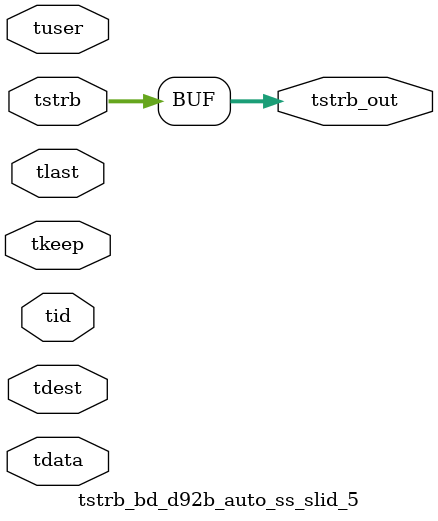
<source format=v>


`timescale 1ps/1ps

module tstrb_bd_d92b_auto_ss_slid_5 #
(
parameter C_S_AXIS_TDATA_WIDTH = 32,
parameter C_S_AXIS_TUSER_WIDTH = 0,
parameter C_S_AXIS_TID_WIDTH   = 0,
parameter C_S_AXIS_TDEST_WIDTH = 0,
parameter C_M_AXIS_TDATA_WIDTH = 32
)
(
input  [(C_S_AXIS_TDATA_WIDTH == 0 ? 1 : C_S_AXIS_TDATA_WIDTH)-1:0     ] tdata,
input  [(C_S_AXIS_TUSER_WIDTH == 0 ? 1 : C_S_AXIS_TUSER_WIDTH)-1:0     ] tuser,
input  [(C_S_AXIS_TID_WIDTH   == 0 ? 1 : C_S_AXIS_TID_WIDTH)-1:0       ] tid,
input  [(C_S_AXIS_TDEST_WIDTH == 0 ? 1 : C_S_AXIS_TDEST_WIDTH)-1:0     ] tdest,
input  [(C_S_AXIS_TDATA_WIDTH/8)-1:0 ] tkeep,
input  [(C_S_AXIS_TDATA_WIDTH/8)-1:0 ] tstrb,
input                                                                    tlast,
output [(C_M_AXIS_TDATA_WIDTH/8)-1:0 ] tstrb_out
);

assign tstrb_out = {tstrb[7:0]};

endmodule


</source>
